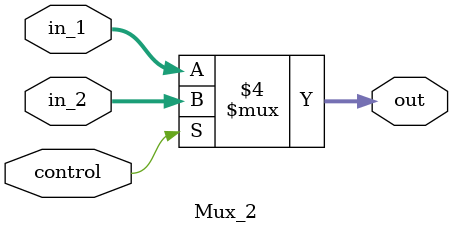
<source format=v>
`timescale 1ns / 1ps
module Mux_2(control,in_1,in_2,out
    );
	
	input control;
	input [15:0] in_1,in_2;
	
	output reg [15:0] out;
	
	always@(*) begin
		if(control == 'd1)
			out <= in_2;
		else
			out <= in_1;
	end

endmodule

</source>
